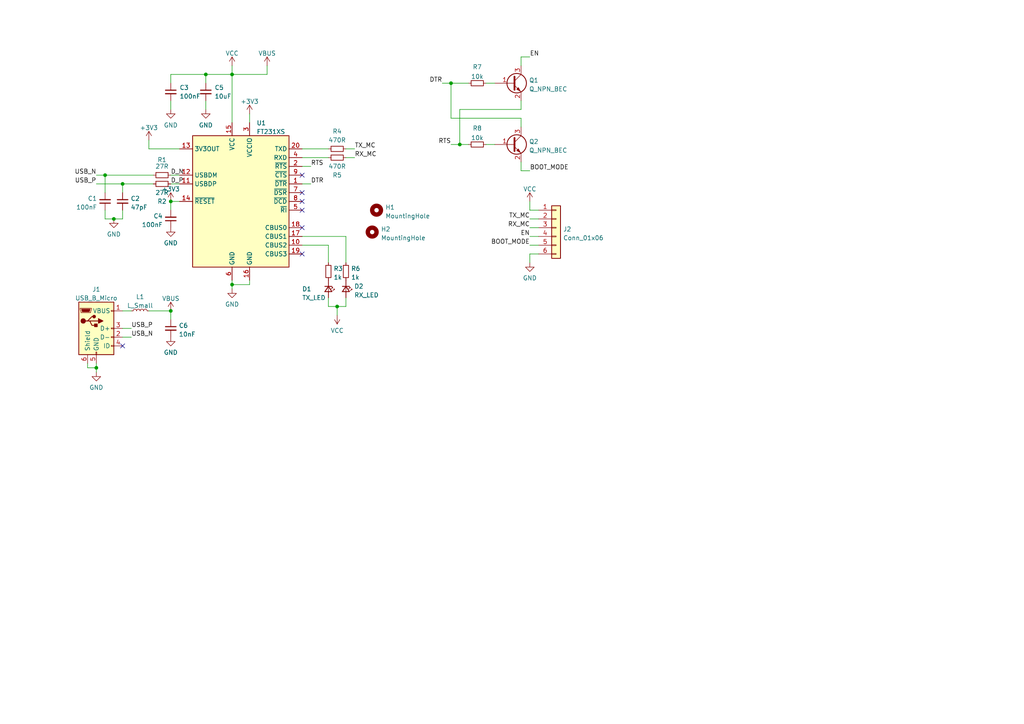
<source format=kicad_sch>
(kicad_sch (version 20211123) (generator eeschema)
  (paper "A4")
  (lib_symbols
    (symbol "Connector:USB_B_Micro" (pin_names (offset 1.016))
      (property "Reference" "J" (at -5.08 11.43 0))
      (property "Value" "USB_B_Micro" (at -5.08 8.89 0))
      (symbol "USB_B_Micro_0_1"
        (rectangle (start -5.08 -7.62) (end 5.08 7.62) (stroke (width 0.254)) (fill (type background)))
        (circle (center -3.81 2.159) (radius 0.635) (stroke (width 0.254)) (fill (type outline)))
        (circle (center -0.635 3.429) (radius 0.381) (stroke (width 0.254)) (fill (type outline)))
        (rectangle (start -0.127 -7.62) (end 0.127 -6.858))
        (polyline (pts (xy -1.905 2.159) (xy 0.635 2.159)) (stroke (width 0.254)))
        (polyline (pts (xy -3.175 2.159) (xy -2.54 2.159) (xy -1.27 3.429) (xy -0.635 3.429)) (stroke (width 0.254)))
        (polyline (pts (xy -2.54 2.159) (xy -1.905 2.159) (xy -1.27 0.889) (xy 0 0.889)) (stroke (width 0.254)))
        (polyline (pts (xy 0.635 2.794) (xy 0.635 1.524) (xy 1.905 2.159) (xy 0.635 2.794)) (stroke (width 0.254)) (fill (type outline)))
        (polyline (pts (xy -4.318 5.588) (xy -1.778 5.588) (xy -2.032 4.826) (xy -4.064 4.826) (xy -4.318 5.588)) (fill (type outline)))
        (polyline (pts (xy -4.699 5.842) (xy -4.699 5.588) (xy -4.445 4.826) (xy -4.445 4.572) (xy -1.651 4.572) (xy -1.651 4.826) (xy -1.397 5.588) (xy -1.397 5.842) (xy -4.699 5.842)))
        (rectangle (start 0.254 1.27) (end -0.508 0.508) (stroke (width 0.254)) (fill (type outline)))
        (rectangle (start 5.08 -5.207) (end 4.318 -4.953))
        (rectangle (start 5.08 -2.667) (end 4.318 -2.413))
        (rectangle (start 5.08 -0.127) (end 4.318 0.127))
        (rectangle (start 5.08 4.953) (end 4.318 5.207))
      )
      (symbol "USB_B_Micro_1_1"
        (pin power_out line (at 7.62 5.08 180) (length 2.54) (name "VBUS") (number "1"))
        (pin bidirectional line (at 7.62 -2.54 180) (length 2.54) (name "D-") (number "2"))
        (pin bidirectional line (at 7.62 0 180) (length 2.54) (name "D+") (number "3"))
        (pin passive line (at 7.62 -5.08 180) (length 2.54) (name "ID") (number "4"))
        (pin power_out line (at 0 -10.16 90) (length 2.54) (name "GND") (number "5"))
        (pin passive line (at -2.54 -10.16 90) (length 2.54) (name "Shield") (number "6"))
      )
    )
    (symbol "Connector_Generic:Conn_01x06" (pin_names (offset 1.016) hide)
      (property "Reference" "J" (at 0 7.62 0))
      (property "Value" "Conn_01x06" (at 0 -10.16 0))
      (symbol "Conn_01x06_1_1"
        (rectangle (start -1.27 -7.493) (end 0 -7.747) (stroke (width 0.1524)))
        (rectangle (start -1.27 -4.953) (end 0 -5.207) (stroke (width 0.1524)))
        (rectangle (start -1.27 -2.413) (end 0 -2.667) (stroke (width 0.1524)))
        (rectangle (start -1.27 0.127) (end 0 -0.127) (stroke (width 0.1524)))
        (rectangle (start -1.27 2.667) (end 0 2.413) (stroke (width 0.1524)))
        (rectangle (start -1.27 5.207) (end 0 4.953) (stroke (width 0.1524)))
        (rectangle (start -1.27 6.35) (end 1.27 -8.89) (stroke (width 0.254)) (fill (type background)))
        (pin passive line (at -5.08 5.08 0) (length 3.81) (name "Pin_1") (number "1"))
        (pin passive line (at -5.08 2.54 0) (length 3.81) (name "Pin_2") (number "2"))
        (pin passive line (at -5.08 0 0) (length 3.81) (name "Pin_3") (number "3"))
        (pin passive line (at -5.08 -2.54 0) (length 3.81) (name "Pin_4") (number "4"))
        (pin passive line (at -5.08 -5.08 0) (length 3.81) (name "Pin_5") (number "5"))
        (pin passive line (at -5.08 -7.62 0) (length 3.81) (name "Pin_6") (number "6"))
      )
    )
    (symbol "Device:C_Small" (pin_numbers hide) (pin_names (offset 0.254) hide)
      (property "Reference" "C" (at 0.254 1.778 0))
      (property "Value" "C_Small" (at 0.254 -2.032 0))
      (symbol "C_Small_0_1"
        (polyline (pts (xy -1.524 -0.508) (xy 1.524 -0.508)) (stroke (width 0.3302)))
        (polyline (pts (xy -1.524 0.508) (xy 1.524 0.508)) (stroke (width 0.3048)))
      )
      (symbol "C_Small_1_1"
        (pin passive line (at 0 2.54 270) (length 2.032) (name "~") (number "1"))
        (pin passive line (at 0 -2.54 90) (length 2.032) (name "~") (number "2"))
      )
    )
    (symbol "Device:LED_Small" (pin_numbers hide) (pin_names (offset 0.254) hide)
      (property "Reference" "D" (at -1.27 3.175 0))
      (property "Value" "LED_Small" (at -4.445 -2.54 0))
      (symbol "LED_Small_0_1"
        (polyline (pts (xy -0.762 -1.016) (xy -0.762 1.016)) (stroke (width 0.254)))
        (polyline (pts (xy 1.016 0) (xy -0.762 0)))
        (polyline (pts (xy 0.762 -1.016) (xy -0.762 0) (xy 0.762 1.016) (xy 0.762 -1.016)) (stroke (width 0.254)))
        (polyline (pts (xy 0 0.762) (xy -0.508 1.27) (xy -0.254 1.27) (xy -0.508 1.27) (xy -0.508 1.016)))
        (polyline (pts (xy 0.508 1.27) (xy 0 1.778) (xy 0.254 1.778) (xy 0 1.778) (xy 0 1.524)))
      )
      (symbol "LED_Small_1_1"
        (pin passive line (at -2.54 0 0) (length 1.778) (name "K") (number "1"))
        (pin passive line (at 2.54 0 180) (length 1.778) (name "A") (number "2"))
      )
    )
    (symbol "Device:L_Small" (pin_numbers hide) (pin_names (offset 0.254) hide)
      (property "Reference" "L" (at 0.762 1.016 0))
      (property "Value" "L_Small" (at 0.762 -1.016 0))
      (symbol "L_Small_0_1"
        (arc (start 0 -2.032) (mid 0.508 -1.524) (end 0 -1.016))
        (arc (start 0 -1.016) (mid 0.508 -0.508) (end 0 0))
        (arc (start 0 0) (mid 0.508 0.508) (end 0 1.016))
        (arc (start 0 1.016) (mid 0.508 1.524) (end 0 2.032))
      )
      (symbol "L_Small_1_1"
        (pin passive line (at 0 2.54 270) (length 0.508) (name "~") (number "1"))
        (pin passive line (at 0 -2.54 90) (length 0.508) (name "~") (number "2"))
      )
    )
    (symbol "Device:Q_NPN_BEC" (pin_names (offset 0) hide)
      (property "Reference" "Q" (at 5.08 1.27 0))
      (property "Value" "Q_NPN_BEC" (at 5.08 -1.27 0))
      (symbol "Q_NPN_BEC_0_1"
        (polyline (pts (xy 0.635 0.635) (xy 2.54 2.54)))
        (polyline (pts (xy 0.635 -0.635) (xy 2.54 -2.54) (xy 2.54 -2.54)))
        (polyline (pts (xy 0.635 1.905) (xy 0.635 -1.905) (xy 0.635 -1.905)) (stroke (width 0.508)))
        (polyline (pts (xy 1.27 -1.778) (xy 1.778 -1.27) (xy 2.286 -2.286) (xy 1.27 -1.778) (xy 1.27 -1.778)) (fill (type outline)))
        (circle (center 1.27 0) (radius 2.8194) (stroke (width 0.254)))
      )
      (symbol "Q_NPN_BEC_1_1"
        (pin input line (at -5.08 0 0) (length 5.715) (name "B") (number "1"))
        (pin passive line (at 2.54 -5.08 90) (length 2.54) (name "E") (number "2"))
        (pin passive line (at 2.54 5.08 270) (length 2.54) (name "C") (number "3"))
      )
    )
    (symbol "Device:R_Small" (pin_numbers hide) (pin_names (offset 0.254) hide)
      (property "Reference" "R" (at 0.762 0.508 0))
      (property "Value" "R_Small" (at 0.762 -1.016 0))
      (symbol "R_Small_0_1"
        (rectangle (start -0.762 1.778) (end 0.762 -1.778) (stroke (width 0.2032)))
      )
      (symbol "R_Small_1_1"
        (pin passive line (at 0 2.54 270) (length 0.762) (name "~") (number "1"))
        (pin passive line (at 0 -2.54 90) (length 0.762) (name "~") (number "2"))
      )
    )
    (symbol "Interface_USB:FT231XS"
      (property "Reference" "U" (at -13.97 20.32 0))
      (property "Value" "FT231XS" (at 7.62 20.32 0))
      (symbol "FT231XS_0_1"
        (rectangle (start -13.97 19.05) (end 13.97 -19.05) (stroke (width 0.254)) (fill (type background)))
      )
      (symbol "FT231XS_1_1"
        (pin output line (at 17.78 5.08 180) (length 3.81) (name "~{DTR}") (number "1"))
        (pin bidirectional line (at 17.78 -12.7 180) (length 3.81) (name "CBUS2") (number "10"))
        (pin bidirectional line (at -17.78 5.08 0) (length 3.81) (name "USBDP") (number "11"))
        (pin bidirectional line (at -17.78 7.62 0) (length 3.81) (name "USBDM") (number "12"))
        (pin power_out line (at -17.78 15.24 0) (length 3.81) (name "3V3OUT") (number "13"))
        (pin input line (at -17.78 0 0) (length 3.81) (name "~{RESET}") (number "14"))
        (pin power_in line (at -2.54 22.86 270) (length 3.81) (name "VCC") (number "15"))
        (pin power_in line (at 2.54 -22.86 90) (length 3.81) (name "GND") (number "16"))
        (pin bidirectional line (at 17.78 -10.16 180) (length 3.81) (name "CBUS1") (number "17"))
        (pin bidirectional line (at 17.78 -7.62 180) (length 3.81) (name "CBUS0") (number "18"))
        (pin bidirectional line (at 17.78 -15.24 180) (length 3.81) (name "CBUS3") (number "19"))
        (pin output line (at 17.78 10.16 180) (length 3.81) (name "~{RTS}") (number "2"))
        (pin output line (at 17.78 15.24 180) (length 3.81) (name "TXD") (number "20"))
        (pin power_in line (at 2.54 22.86 270) (length 3.81) (name "VCCIO") (number "3"))
        (pin input line (at 17.78 12.7 180) (length 3.81) (name "RXD") (number "4"))
        (pin input line (at 17.78 -2.54 180) (length 3.81) (name "~{RI}") (number "5"))
        (pin power_in line (at -2.54 -22.86 90) (length 3.81) (name "GND") (number "6"))
        (pin input line (at 17.78 2.54 180) (length 3.81) (name "~{DSR}") (number "7"))
        (pin input line (at 17.78 0 180) (length 3.81) (name "~{DCD}") (number "8"))
        (pin input line (at 17.78 7.62 180) (length 3.81) (name "~{CTS}") (number "9"))
      )
    )
    (symbol "Mechanical:MountingHole" (pin_names (offset 1.016))
      (property "Reference" "H" (at 0 5.08 0))
      (property "Value" "MountingHole" (at 0 3.175 0))
      (symbol "MountingHole_0_1"
        (circle (center 0 0) (radius 1.27) (stroke (width 1.27)))
      )
    )
    (symbol "power:+3V3" (power) (pin_names (offset 0))
      (property "Value" "+3V3" (at 0 3.556 0))
      (symbol "+3V3_0_1"
        (polyline (pts (xy -0.762 1.27) (xy 0 2.54)))
        (polyline (pts (xy 0 0) (xy 0 2.54)))
        (polyline (pts (xy 0 2.54) (xy 0.762 1.27)))
      )
      (symbol "+3V3_1_1"
        (pin power_in line (at 0 0 90) (length 0) hide (name "+3V3") (number "1"))
      )
    )
    (symbol "power:GND" (power) (pin_names (offset 0))
      (property "Value" "GND" (at 0 -3.81 0))
      (symbol "GND_0_1"
        (polyline (pts (xy 0 0) (xy 0 -1.27) (xy 1.27 -1.27) (xy 0 -2.54) (xy -1.27 -1.27) (xy 0 -1.27)))
      )
      (symbol "GND_1_1"
        (pin power_in line (at 0 0 270) (length 0) hide (name "GND") (number "1"))
      )
    )
    (symbol "power:VBUS" (power) (pin_names (offset 0))
      (property "Value" "VBUS" (at 0 3.81 0))
      (symbol "VBUS_0_1"
        (polyline (pts (xy -0.762 1.27) (xy 0 2.54)))
        (polyline (pts (xy 0 0) (xy 0 2.54)))
        (polyline (pts (xy 0 2.54) (xy 0.762 1.27)))
      )
      (symbol "VBUS_1_1"
        (pin power_in line (at 0 0 90) (length 0) hide (name "VBUS") (number "1"))
      )
    )
    (symbol "power:VCC" (power) (pin_names (offset 0))
      (property "Value" "VCC" (at 0 3.81 0))
      (symbol "VCC_0_1"
        (polyline (pts (xy -0.762 1.27) (xy 0 2.54)))
        (polyline (pts (xy 0 0) (xy 0 2.54)))
        (polyline (pts (xy 0 2.54) (xy 0.762 1.27)))
      )
      (symbol "VCC_1_1"
        (pin power_in line (at 0 0 90) (length 0) hide (name "VCC") (number "1"))
      )
    )
  )
  (junction (at 33.02 63.5))
  (junction (at 49.53 90.17))
  (junction (at 59.69 21.59))
  (junction (at 35.56 53.34))
  (junction (at 130.81 24.13))
  (junction (at 97.79 88.9))
  (junction (at 133.35 41.91))
  (junction (at 49.53 58.42))
  (junction (at 67.31 82.55))
  (junction (at 30.48 50.8))
  (junction (at 67.31 21.59))
  (junction (at 27.94 106.68))
  (no_connect (at 87.63 50.8))
  (no_connect (at 87.63 55.88))
  (no_connect (at 87.63 58.42))
  (no_connect (at 87.63 60.96))
  (no_connect (at 87.63 66.04))
  (no_connect (at 87.63 73.66))
  (no_connect (at 35.56 100.33))
  (wire (pts (xy 35.56 97.79) (xy 38.1 97.79)))
  (wire (pts (xy 67.31 21.59) (xy 77.47 21.59)))
  (wire (pts (xy 130.81 24.13) (xy 135.89 24.13)))
  (wire (pts (xy 35.56 53.34) (xy 44.45 53.34)))
  (wire (pts (xy 67.31 82.55) (xy 67.31 83.82)))
  (wire (pts (xy 140.97 24.13) (xy 143.51 24.13)))
  (wire (pts (xy 153.67 71.12) (xy 156.21 71.12)))
  (wire (pts (xy 100.33 88.9) (xy 100.33 86.36)))
  (wire (pts (xy 72.39 33.02) (xy 72.39 35.56)))
  (wire (pts (xy 30.48 50.8) (xy 44.45 50.8)))
  (wire (pts (xy 87.63 43.18) (xy 95.25 43.18)))
  (wire (pts (xy 153.67 66.04) (xy 156.21 66.04)))
  (wire (pts (xy 72.39 82.55) (xy 72.39 81.28)))
  (wire (pts (xy 67.31 21.59) (xy 67.31 35.56)))
  (wire (pts (xy 133.35 31.75) (xy 133.35 41.91)))
  (wire (pts (xy 52.07 58.42) (xy 49.53 58.42)))
  (wire (pts (xy 151.13 31.75) (xy 133.35 31.75)))
  (wire (pts (xy 133.35 41.91) (xy 135.89 41.91)))
  (wire (pts (xy 153.67 73.66) (xy 153.67 76.2)))
  (wire (pts (xy 97.79 88.9) (xy 97.79 91.44)))
  (wire (pts (xy 49.53 53.34) (xy 52.07 53.34)))
  (wire (pts (xy 30.48 63.5) (xy 33.02 63.5)))
  (wire (pts (xy 49.53 50.8) (xy 52.07 50.8)))
  (wire (pts (xy 43.18 90.17) (xy 49.53 90.17)))
  (wire (pts (xy 49.53 58.42) (xy 49.53 60.96)))
  (wire (pts (xy 95.25 71.12) (xy 95.25 76.2)))
  (wire (pts (xy 100.33 76.2) (xy 100.33 68.58)))
  (wire (pts (xy 95.25 86.36) (xy 95.25 88.9)))
  (wire (pts (xy 27.94 105.41) (xy 27.94 106.68)))
  (wire (pts (xy 151.13 29.21) (xy 151.13 31.75)))
  (wire (pts (xy 151.13 19.05) (xy 151.13 16.51)))
  (wire (pts (xy 87.63 71.12) (xy 95.25 71.12)))
  (wire (pts (xy 156.21 60.96) (xy 153.67 60.96)))
  (wire (pts (xy 156.21 73.66) (xy 153.67 73.66)))
  (wire (pts (xy 27.94 50.8) (xy 30.48 50.8)))
  (wire (pts (xy 130.81 41.91) (xy 133.35 41.91)))
  (wire (pts (xy 151.13 36.83) (xy 151.13 34.29)))
  (wire (pts (xy 30.48 60.96) (xy 30.48 63.5)))
  (wire (pts (xy 27.94 106.68) (xy 27.94 107.95)))
  (wire (pts (xy 35.56 63.5) (xy 35.56 60.96)))
  (wire (pts (xy 35.56 95.25) (xy 38.1 95.25)))
  (wire (pts (xy 59.69 29.21) (xy 59.69 31.75)))
  (wire (pts (xy 97.79 88.9) (xy 100.33 88.9)))
  (wire (pts (xy 49.53 21.59) (xy 59.69 21.59)))
  (wire (pts (xy 153.67 63.5) (xy 156.21 63.5)))
  (wire (pts (xy 87.63 53.34) (xy 90.17 53.34)))
  (wire (pts (xy 140.97 41.91) (xy 143.51 41.91)))
  (wire (pts (xy 38.1 90.17) (xy 35.56 90.17)))
  (wire (pts (xy 35.56 55.88) (xy 35.56 53.34)))
  (wire (pts (xy 100.33 45.72) (xy 102.87 45.72)))
  (wire (pts (xy 130.81 34.29) (xy 130.81 24.13)))
  (wire (pts (xy 49.53 29.21) (xy 49.53 31.75)))
  (wire (pts (xy 100.33 43.18) (xy 102.87 43.18)))
  (wire (pts (xy 95.25 88.9) (xy 97.79 88.9)))
  (wire (pts (xy 151.13 34.29) (xy 130.81 34.29)))
  (wire (pts (xy 59.69 21.59) (xy 67.31 21.59)))
  (wire (pts (xy 25.4 106.68) (xy 25.4 105.41)))
  (wire (pts (xy 27.94 53.34) (xy 35.56 53.34)))
  (wire (pts (xy 52.07 43.18) (xy 43.18 43.18)))
  (wire (pts (xy 128.27 24.13) (xy 130.81 24.13)))
  (wire (pts (xy 67.31 81.28) (xy 67.31 82.55)))
  (wire (pts (xy 151.13 46.99) (xy 151.13 49.53)))
  (wire (pts (xy 151.13 16.51) (xy 153.67 16.51)))
  (wire (pts (xy 49.53 24.13) (xy 49.53 21.59)))
  (wire (pts (xy 151.13 49.53) (xy 153.67 49.53)))
  (wire (pts (xy 59.69 24.13) (xy 59.69 21.59)))
  (wire (pts (xy 87.63 45.72) (xy 95.25 45.72)))
  (wire (pts (xy 67.31 19.05) (xy 67.31 21.59)))
  (wire (pts (xy 43.18 40.64) (xy 43.18 43.18)))
  (wire (pts (xy 87.63 48.26) (xy 90.17 48.26)))
  (wire (pts (xy 27.94 106.68) (xy 25.4 106.68)))
  (wire (pts (xy 49.53 90.17) (xy 49.53 92.71)))
  (wire (pts (xy 77.47 19.05) (xy 77.47 21.59)))
  (wire (pts (xy 100.33 68.58) (xy 87.63 68.58)))
  (wire (pts (xy 153.67 58.42) (xy 153.67 60.96)))
  (wire (pts (xy 67.31 82.55) (xy 72.39 82.55)))
  (wire (pts (xy 30.48 55.88) (xy 30.48 50.8)))
  (wire (pts (xy 153.67 68.58) (xy 156.21 68.58)))
  (wire (pts (xy 33.02 63.5) (xy 35.56 63.5)))
  (label "BOOT_MODE" (at 153.67 71.12 180))
  (label "USB_P" (at 38.1 95.25 0))
  (label "RTS" (at 130.81 41.91 180))
  (label "USB_N" (at 38.1 97.79 0))
  (label "D_P" (at 49.53 53.34 0))
  (label "USB_P" (at 27.94 53.34 180))
  (label "BOOT_MODE" (at 153.67 49.53 0))
  (label "D_N" (at 49.53 50.8 0))
  (label "TX_MC" (at 153.67 63.5 180))
  (label "TX_MC" (at 102.87 43.18 0))
  (label "RX_MC" (at 102.87 45.72 0))
  (label "EN" (at 153.67 16.51 0))
  (label "EN" (at 153.67 68.58 180))
  (label "DTR" (at 90.17 53.34 0))
  (label "RX_MC" (at 153.67 66.04 180))
  (label "USB_N" (at 27.94 50.8 180))
  (label "DTR" (at 128.27 24.13 180))
  (label "RTS" (at 90.17 48.26 0))
  (symbol (lib_id "Device:Q_NPN_BEC") (at 148.59 24.13 0) (unit 1)
    (property "Reference" "Q1" (at 153.4414 23.2953 0) (effects (justify left)))
    (property "Value" "Q_NPN_BEC" (at 153.4414 25.8322 0) (effects (justify left)))
    (property "Footprint" "Package_TO_SOT_SMD:SOT-23" (effects hide))
  )
  (symbol (lib_id "Device:R_Small") (at 46.99 53.34 270) (unit 1)
    (property "Reference" "R2" (at 46.99 58.42 90))
    (property "Value" "27R" (at 46.99 55.88 90))
    (property "Footprint" "Resistor_SMD:R_0603_1608Metric" (effects hide))
  )
  (symbol (lib_id "power:GND") (at 49.53 97.79 0) (unit 1)
    (property "Reference" "#PWR0101" (effects hide))
    (property "Value" "GND" (at 49.53 102.2334 0))
  )
  (symbol (lib_id "Device:R_Small") (at 97.79 43.18 90) (unit 1)
    (property "Reference" "R4" (at 97.79 38.1 90))
    (property "Value" "470R" (at 97.79 40.64 90))
    (property "Footprint" "Resistor_SMD:R_0603_1608Metric" (effects hide))
  )
  (symbol (lib_id "power:VBUS") (at 49.53 90.17 0) (unit 1)
    (property "Reference" "#PWR0115" (effects hide))
    (property "Value" "VBUS" (at 49.53 86.5942 0))
  )
  (symbol (lib_id "power:GND") (at 27.94 107.95 0) (unit 1)
    (property "Reference" "#PWR0102" (effects hide))
    (property "Value" "GND" (at 27.94 112.3934 0))
  )
  (symbol (lib_id "Connector:USB_B_Micro") (at 27.94 95.25 0) (unit 1)
    (property "Reference" "J1" (at 27.94 83.9302 0))
    (property "Value" "USB_B_Micro" (at 27.94 86.4671 0))
    (property "Footprint" "Connector_USB:USB_Micro-B_Amphenol_10118194_Horizontal" (effects hide))
  )
  (symbol (lib_id "power:VCC") (at 153.67 58.42 0) (unit 1)
    (property "Reference" "#PWR0114" (effects hide))
    (property "Value" "VCC" (at 153.67 54.8442 0))
  )
  (symbol (lib_id "power:GND") (at 67.31 83.82 0) (unit 1)
    (property "Reference" "#PWR0104" (effects hide))
    (property "Value" "GND" (at 67.31 88.2634 0))
  )
  (symbol (lib_id "power:GND") (at 49.53 66.04 0) (unit 1)
    (property "Reference" "#PWR0108" (effects hide))
    (property "Value" "GND" (at 49.53 70.4834 0))
  )
  (symbol (lib_id "power:GND") (at 59.69 31.75 0) (unit 1)
    (property "Reference" "#PWR0110" (effects hide))
    (property "Value" "GND" (at 59.69 36.3125 0))
  )
  (symbol (lib_id "power:VBUS") (at 77.47 19.05 0) (unit 1)
    (property "Reference" "#PWR0105" (effects hide))
    (property "Value" "VBUS" (at 77.47 15.4742 0))
  )
  (symbol (lib_id "Device:C_Small") (at 35.56 58.42 0) (mirror y) (unit 1)
    (property "Reference" "C2" (at 37.8841 57.5916 0) (effects (justify right)))
    (property "Value" "47pF" (at 37.8841 60.1285 0) (effects (justify right)))
    (property "Footprint" "Capacitor_SMD:C_0603_1608Metric" (effects hide))
  )
  (symbol (lib_id "Device:C_Small") (at 49.53 63.5 0) (mirror x) (unit 1)
    (property "Reference" "C4" (at 47.2059 62.6589 0) (effects (justify right)))
    (property "Value" "100nF" (at 47.2059 65.1958 0) (effects (justify right)))
    (property "Footprint" "Capacitor_SMD:C_0603_1608Metric" (effects hide))
  )
  (symbol (lib_id "power:GND") (at 33.02 63.5 0) (unit 1)
    (property "Reference" "#PWR0109" (effects hide))
    (property "Value" "GND" (at 33.02 67.9434 0))
  )
  (symbol (lib_id "Device:R_Small") (at 95.25 78.74 0) (unit 1)
    (property "Reference" "R3" (at 96.7486 77.9053 0) (effects (justify left)))
    (property "Value" "1k" (at 96.7486 80.4422 0) (effects (justify left)))
    (property "Footprint" "Resistor_SMD:R_0603_1608Metric" (effects hide))
  )
  (symbol (lib_id "power:VCC") (at 97.79 91.44 180) (unit 1)
    (property "Reference" "#PWR0103" (effects hide))
    (property "Value" "VCC" (at 97.79 95.8834 0))
  )
  (symbol (lib_id "Interface_USB:FT231XS") (at 69.85 58.42 0) (unit 1)
    (property "Reference" "U1" (at 74.4094 35.6702 0) (effects (justify left)))
    (property "Value" "FT231XS" (at 74.4094 38.2071 0) (effects (justify left)))
    (property "Footprint" "Package_SO:SSOP-20_3.9x8.7mm_P0.635mm" (effects hide))
    (property "Datasheet" "https://www.ftdichip.com/Support/Documents/DataSheets/ICs/DS_FT231X.pdf" (effects hide))
  )
  (symbol (lib_id "Device:C_Small") (at 49.53 26.67 0) (mirror y) (unit 1)
    (property "Reference" "C3" (at 52.07 25.4062 0) (effects (justify right)))
    (property "Value" "100nF" (at 52.07 27.9462 0) (effects (justify right)))
    (property "Footprint" "Capacitor_SMD:C_0603_1608Metric" (effects hide))
  )
  (symbol (lib_id "Device:R_Small") (at 97.79 45.72 90) (mirror x) (unit 1)
    (property "Reference" "R5" (at 97.79 50.8 90))
    (property "Value" "470R" (at 97.79 48.26 90))
    (property "Footprint" "Resistor_SMD:R_0603_1608Metric" (effects hide))
  )
  (symbol (lib_id "Device:Q_NPN_BEC") (at 148.59 41.91 0) (unit 1)
    (property "Reference" "Q2" (at 153.4414 41.0753 0) (effects (justify left)))
    (property "Value" "Q_NPN_BEC" (at 153.4414 43.6122 0) (effects (justify left)))
    (property "Footprint" "Package_TO_SOT_SMD:SOT-23" (effects hide))
  )
  (symbol (lib_id "Device:R_Small") (at 100.33 78.74 0) (unit 1)
    (property "Reference" "R6" (at 101.8286 77.9053 0) (effects (justify left)))
    (property "Value" "1k" (at 101.8286 80.4422 0) (effects (justify left)))
    (property "Footprint" "Resistor_SMD:R_0603_1608Metric" (effects hide))
  )
  (symbol (lib_id "Device:R_Small") (at 46.99 50.8 90) (unit 1)
    (property "Reference" "R1" (at 46.99 46.3636 90))
    (property "Value" "27R" (at 46.99 48.26 90))
    (property "Footprint" "Resistor_SMD:R_0603_1608Metric" (effects hide))
  )
  (symbol (lib_id "Device:C_Small") (at 59.69 26.67 0) (mirror y) (unit 1)
    (property "Reference" "C5" (at 62.23 25.4062 0) (effects (justify right)))
    (property "Value" "10uF" (at 62.23 27.9462 0) (effects (justify right)))
    (property "Footprint" "Capacitor_SMD:C_0805_2012Metric" (effects hide))
  )
  (symbol (lib_id "Device:LED_Small") (at 95.25 83.82 270) (unit 1)
    (property "Reference" "D1" (at 87.63 83.82 90) (effects (justify left)))
    (property "Value" "TX_LED" (at 87.63 86.36 90) (effects (justify left)))
    (property "Footprint" "LED_SMD:LED_0603_1608Metric" (effects hide))
  )
  (symbol (lib_id "Connector_Generic:Conn_01x06") (at 161.29 66.04 0) (unit 1)
    (property "Reference" "J2" (at 163.322 66.4753 0) (effects (justify left)))
    (property "Value" "Conn_01x06" (at 163.322 69.0122 0) (effects (justify left)))
    (property "Footprint" "Connector_PinHeader_2.54mm:PinHeader_1x06_P2.54mm_Horizontal" (effects hide))
  )
  (symbol (lib_id "Device:R_Small") (at 138.43 41.91 90) (unit 1)
    (property "Reference" "R8" (at 138.43 37.2069 90))
    (property "Value" "10k" (at 138.43 39.982 90))
    (property "Footprint" "Resistor_SMD:R_0603_1608Metric" (effects hide))
  )
  (symbol (lib_id "Device:L_Small") (at 40.64 90.17 90) (unit 1)
    (property "Reference" "L1" (at 40.64 86.0892 90))
    (property "Value" "L_Small" (at 40.64 88.6261 90))
    (property "Footprint" "Inductor_SMD:L_1206_3216Metric" (effects hide))
    (property "MPN" "74279218" (effects hide))
  )
  (symbol (lib_id "Mechanical:MountingHole") (at 107.95 67.31 0) (unit 1)
    (property "Reference" "H2" (at 110.49 66.4753 0) (effects (justify left)))
    (property "Value" "MountingHole" (at 110.49 69.0122 0) (effects (justify left)))
    (property "Footprint" "custom:MountingHole_3.2mm_M3_ISO7380" (effects hide))
  )
  (symbol (lib_id "power:+3V3") (at 43.18 40.64 0) (unit 1)
    (property "Reference" "#PWR0112" (effects hide))
    (property "Value" "+3V3" (at 43.18 37.0642 0))
  )
  (symbol (lib_id "power:+3V3") (at 72.39 33.02 0) (unit 1)
    (property "Reference" "#PWR0107" (effects hide))
    (property "Value" "+3V3" (at 72.39 29.4442 0))
  )
  (symbol (lib_id "Mechanical:MountingHole") (at 109.22 60.96 0) (unit 1)
    (property "Reference" "H1" (at 111.76 60.1253 0) (effects (justify left)))
    (property "Value" "MountingHole" (at 111.76 62.6622 0) (effects (justify left)))
    (property "Footprint" "custom:MountingHole_3.2mm_M3_ISO7380" (effects hide))
  )
  (symbol (lib_id "Device:LED_Small") (at 100.33 83.82 270) (unit 1)
    (property "Reference" "D2" (at 102.743 83.0488 90) (effects (justify left)))
    (property "Value" "RX_LED" (at 102.743 85.5857 90) (effects (justify left)))
    (property "Footprint" "LED_SMD:LED_0603_1608Metric" (effects hide))
  )
  (symbol (lib_id "Device:C_Small") (at 30.48 58.42 0) (mirror x) (unit 1)
    (property "Reference" "C1" (at 28.1559 57.5789 0) (effects (justify right)))
    (property "Value" "100nF" (at 28.1559 60.1158 0) (effects (justify right)))
    (property "Footprint" "Capacitor_SMD:C_0603_1608Metric" (effects hide))
  )
  (symbol (lib_id "power:GND") (at 153.67 76.2 0) (unit 1)
    (property "Reference" "#PWR0113" (effects hide))
    (property "Value" "GND" (at 153.67 80.6434 0))
  )
  (symbol (lib_id "Device:C_Small") (at 49.53 95.25 0) (mirror y) (unit 1)
    (property "Reference" "C6" (at 51.8541 94.4216 0) (effects (justify right)))
    (property "Value" "10nF" (at 51.8541 96.9585 0) (effects (justify right)))
    (property "Footprint" "Capacitor_SMD:C_0603_1608Metric" (effects hide))
  )
  (symbol (lib_id "power:VCC") (at 67.31 19.05 0) (unit 1)
    (property "Reference" "#PWR0106" (effects hide))
    (property "Value" "VCC" (at 67.31 15.4742 0))
  )
  (symbol (lib_id "power:+3V3") (at 49.53 58.42 0) (unit 1)
    (property "Reference" "#PWR0116" (effects hide))
    (property "Value" "+3V3" (at 49.53 54.8442 0))
  )
  (symbol (lib_id "Device:R_Small") (at 138.43 24.13 90) (unit 1)
    (property "Reference" "R7" (at 138.43 19.4269 90))
    (property "Value" "10k" (at 138.43 22.202 90))
    (property "Footprint" "Resistor_SMD:R_0603_1608Metric" (effects hide))
  )
  (symbol (lib_id "power:GND") (at 49.53 31.75 0) (unit 1)
    (property "Reference" "#PWR0111" (effects hide))
    (property "Value" "GND" (at 49.53 36.3125 0))
  )
)
</source>
